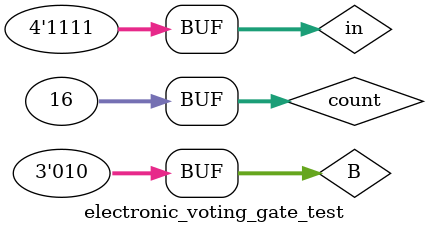
<source format=v>
module electronic_voting_gate_test ();
    reg [3:0]in;
    reg [2:0]B;
    wire [2:0]vote;
    integer count;

    electronic_voting_gate UUT (in,B,vote);
    
    initial begin
        B=3'b010;
        for (count = 0; count < 16; count = count + 1) begin
            in=count[3:0];
            #10;
        end   
    end
    
endmodule
</source>
